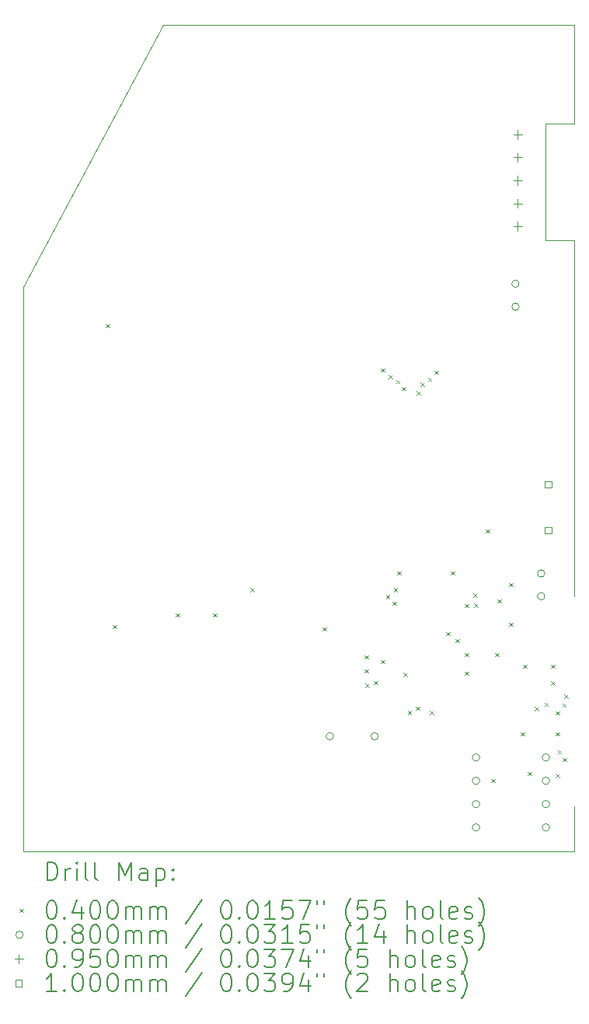
<source format=gbr>
%TF.GenerationSoftware,KiCad,Pcbnew,7.0.5*%
%TF.CreationDate,2024-09-11T17:05:49+02:00*%
%TF.ProjectId,ModuleController,4d6f6475-6c65-4436-9f6e-74726f6c6c65,rev?*%
%TF.SameCoordinates,Original*%
%TF.FileFunction,Drillmap*%
%TF.FilePolarity,Positive*%
%FSLAX45Y45*%
G04 Gerber Fmt 4.5, Leading zero omitted, Abs format (unit mm)*
G04 Created by KiCad (PCBNEW 7.0.5) date 2024-09-11 17:05:49*
%MOMM*%
%LPD*%
G01*
G04 APERTURE LIST*
%ADD10C,0.100000*%
%ADD11C,0.200000*%
%ADD12C,0.040000*%
%ADD13C,0.080000*%
%ADD14C,0.095000*%
G04 APERTURE END LIST*
D10*
X8636000Y-6540500D02*
X10160000Y-3683000D01*
X14319000Y-4762500D02*
X14636500Y-4762500D01*
X14319000Y-6032500D02*
X14319000Y-4762500D01*
X14636000Y-6032500D02*
X14319000Y-6032500D01*
X14636000Y-3683000D02*
X14636500Y-4762500D01*
X14636000Y-12683000D02*
X14636500Y-12192000D01*
X14636500Y-9906000D02*
X14636000Y-6032500D01*
X8636000Y-12683000D02*
X14636000Y-12683000D01*
X10160000Y-3683000D02*
X14636000Y-3683000D01*
X8636000Y-12683000D02*
X8636000Y-6540500D01*
D11*
D12*
X9530400Y-6939600D02*
X9570400Y-6979600D01*
X9570400Y-6939600D02*
X9530400Y-6979600D01*
X9606600Y-10216200D02*
X9646600Y-10256200D01*
X9646600Y-10216200D02*
X9606600Y-10256200D01*
X10292400Y-10089200D02*
X10332400Y-10129200D01*
X10332400Y-10089200D02*
X10292400Y-10129200D01*
X10698800Y-10089200D02*
X10738800Y-10129200D01*
X10738800Y-10089200D02*
X10698800Y-10129200D01*
X11105200Y-9817300D02*
X11145200Y-9857300D01*
X11145200Y-9817300D02*
X11105200Y-9857300D01*
X11892600Y-10241600D02*
X11932600Y-10281600D01*
X11932600Y-10241600D02*
X11892600Y-10281600D01*
X12349800Y-10546150D02*
X12389800Y-10586150D01*
X12389800Y-10546150D02*
X12349800Y-10586150D01*
X12349800Y-10698800D02*
X12389800Y-10738800D01*
X12389800Y-10698800D02*
X12349800Y-10738800D01*
X12356579Y-10857407D02*
X12396579Y-10897407D01*
X12396579Y-10857407D02*
X12356579Y-10897407D01*
X12451400Y-10825800D02*
X12491400Y-10865800D01*
X12491400Y-10825800D02*
X12451400Y-10865800D01*
X12527600Y-7422200D02*
X12567600Y-7462200D01*
X12567600Y-7422200D02*
X12527600Y-7462200D01*
X12527600Y-10597200D02*
X12567600Y-10637200D01*
X12567600Y-10597200D02*
X12527600Y-10637200D01*
X12583924Y-9889750D02*
X12623924Y-9929750D01*
X12623924Y-9889750D02*
X12583924Y-9929750D01*
X12610764Y-7494650D02*
X12650764Y-7534650D01*
X12650764Y-7494650D02*
X12610764Y-7534650D01*
X12654600Y-9962200D02*
X12694600Y-10002200D01*
X12694600Y-9962200D02*
X12654600Y-10002200D01*
X12667963Y-9817300D02*
X12707963Y-9857300D01*
X12707963Y-9817300D02*
X12667963Y-9857300D01*
X12693992Y-7549995D02*
X12733992Y-7589995D01*
X12733992Y-7549995D02*
X12693992Y-7589995D01*
X12705400Y-9632000D02*
X12745400Y-9672000D01*
X12745400Y-9632000D02*
X12705400Y-9672000D01*
X12757598Y-7627094D02*
X12797598Y-7667094D01*
X12797598Y-7627094D02*
X12757598Y-7667094D01*
X12772260Y-10739460D02*
X12812260Y-10779460D01*
X12812260Y-10739460D02*
X12772260Y-10779460D01*
X12819319Y-11150134D02*
X12859319Y-11190133D01*
X12859319Y-11150134D02*
X12819319Y-11190133D01*
X12908600Y-11105200D02*
X12948600Y-11145200D01*
X12948600Y-11105200D02*
X12908600Y-11145200D01*
X12917069Y-7672584D02*
X12957069Y-7712584D01*
X12957069Y-7672584D02*
X12917069Y-7712584D01*
X12957513Y-7581182D02*
X12997513Y-7621182D01*
X12997513Y-7581182D02*
X12957513Y-7621182D01*
X13039350Y-7523800D02*
X13079350Y-7563800D01*
X13079350Y-7523800D02*
X13039350Y-7563800D01*
X13061000Y-11154450D02*
X13101000Y-11194450D01*
X13101000Y-11154450D02*
X13061000Y-11194450D01*
X13111800Y-7447600D02*
X13151800Y-7487600D01*
X13151800Y-7447600D02*
X13111800Y-7487600D01*
X13238800Y-10292400D02*
X13278800Y-10332400D01*
X13278800Y-10292400D02*
X13238800Y-10332400D01*
X13289600Y-9632000D02*
X13329600Y-9672000D01*
X13329600Y-9632000D02*
X13289600Y-9672000D01*
X13340400Y-10368600D02*
X13380400Y-10408600D01*
X13380400Y-10368600D02*
X13340400Y-10408600D01*
X13442000Y-9987600D02*
X13482000Y-10027600D01*
X13482000Y-9987600D02*
X13442000Y-10027600D01*
X13442000Y-10521000D02*
X13482000Y-10561000D01*
X13482000Y-10521000D02*
X13442000Y-10561000D01*
X13442000Y-10724200D02*
X13482000Y-10764200D01*
X13482000Y-10724200D02*
X13442000Y-10764200D01*
X13533854Y-9874534D02*
X13573854Y-9914534D01*
X13573854Y-9874534D02*
X13533854Y-9914534D01*
X13543205Y-9986345D02*
X13583205Y-10026345D01*
X13583205Y-9986345D02*
X13543205Y-10026345D01*
X13670600Y-9174800D02*
X13710600Y-9214800D01*
X13710600Y-9174800D02*
X13670600Y-9214800D01*
X13729550Y-11892600D02*
X13769550Y-11932600D01*
X13769550Y-11892600D02*
X13729550Y-11932600D01*
X13772200Y-10521000D02*
X13812200Y-10561000D01*
X13812200Y-10521000D02*
X13772200Y-10561000D01*
X13797600Y-9936800D02*
X13837600Y-9976800D01*
X13837600Y-9936800D02*
X13797600Y-9976800D01*
X13924600Y-9759000D02*
X13964600Y-9799000D01*
X13964600Y-9759000D02*
X13924600Y-9799000D01*
X13924600Y-10190800D02*
X13964600Y-10230800D01*
X13964600Y-10190800D02*
X13924600Y-10230800D01*
X14051600Y-11384600D02*
X14091600Y-11424600D01*
X14091600Y-11384600D02*
X14051600Y-11424600D01*
X14077000Y-10648000D02*
X14117000Y-10688000D01*
X14117000Y-10648000D02*
X14077000Y-10688000D01*
X14127800Y-11816400D02*
X14167800Y-11856400D01*
X14167800Y-11816400D02*
X14127800Y-11856400D01*
X14204000Y-11109450D02*
X14244000Y-11149450D01*
X14244000Y-11109450D02*
X14204000Y-11149450D01*
X14309350Y-11064450D02*
X14349350Y-11104450D01*
X14349350Y-11064450D02*
X14309350Y-11104450D01*
X14381800Y-10648000D02*
X14421800Y-10688000D01*
X14421800Y-10648000D02*
X14381800Y-10688000D01*
X14381800Y-10829550D02*
X14421800Y-10869550D01*
X14421800Y-10829550D02*
X14381800Y-10869550D01*
X14432600Y-11156000D02*
X14472600Y-11196000D01*
X14472600Y-11156000D02*
X14432600Y-11196000D01*
X14432600Y-11384600D02*
X14472600Y-11424600D01*
X14472600Y-11384600D02*
X14432600Y-11424600D01*
X14436039Y-11840386D02*
X14476039Y-11880386D01*
X14476039Y-11840386D02*
X14436039Y-11880386D01*
X14453358Y-11580836D02*
X14493358Y-11620836D01*
X14493358Y-11580836D02*
X14453358Y-11620836D01*
X14505286Y-11072585D02*
X14545286Y-11112585D01*
X14545286Y-11072585D02*
X14505286Y-11112585D01*
X14508800Y-11664000D02*
X14548800Y-11704000D01*
X14548800Y-11664000D02*
X14508800Y-11704000D01*
X14524249Y-10974450D02*
X14564249Y-11014450D01*
X14564249Y-10974450D02*
X14524249Y-11014450D01*
D13*
X12012400Y-11430000D02*
G75*
G03*
X12012400Y-11430000I-40000J0D01*
G01*
X12500400Y-11430000D02*
G75*
G03*
X12500400Y-11430000I-40000J0D01*
G01*
X13604600Y-11659600D02*
G75*
G03*
X13604600Y-11659600I-40000J0D01*
G01*
X13604600Y-11913600D02*
G75*
G03*
X13604600Y-11913600I-40000J0D01*
G01*
X13604600Y-12167600D02*
G75*
G03*
X13604600Y-12167600I-40000J0D01*
G01*
X13604600Y-12421600D02*
G75*
G03*
X13604600Y-12421600I-40000J0D01*
G01*
X14035400Y-6502400D02*
G75*
G03*
X14035400Y-6502400I-40000J0D01*
G01*
X14035400Y-6752400D02*
G75*
G03*
X14035400Y-6752400I-40000J0D01*
G01*
X14314800Y-9656000D02*
G75*
G03*
X14314800Y-9656000I-40000J0D01*
G01*
X14314800Y-9906000D02*
G75*
G03*
X14314800Y-9906000I-40000J0D01*
G01*
X14366600Y-11659600D02*
G75*
G03*
X14366600Y-11659600I-40000J0D01*
G01*
X14366600Y-11913600D02*
G75*
G03*
X14366600Y-11913600I-40000J0D01*
G01*
X14366600Y-12167600D02*
G75*
G03*
X14366600Y-12167600I-40000J0D01*
G01*
X14366600Y-12421600D02*
G75*
G03*
X14366600Y-12421600I-40000J0D01*
G01*
D14*
X14020800Y-4829300D02*
X14020800Y-4924300D01*
X13973300Y-4876800D02*
X14068300Y-4876800D01*
X14020800Y-5079300D02*
X14020800Y-5174300D01*
X13973300Y-5126800D02*
X14068300Y-5126800D01*
X14020800Y-5329300D02*
X14020800Y-5424300D01*
X13973300Y-5376800D02*
X14068300Y-5376800D01*
X14020800Y-5579300D02*
X14020800Y-5674300D01*
X13973300Y-5626800D02*
X14068300Y-5626800D01*
X14020800Y-5829300D02*
X14020800Y-5924300D01*
X13973300Y-5876800D02*
X14068300Y-5876800D01*
D10*
X14386356Y-8722156D02*
X14386356Y-8651444D01*
X14315644Y-8651444D01*
X14315644Y-8722156D01*
X14386356Y-8722156D01*
X14386356Y-9222156D02*
X14386356Y-9151444D01*
X14315644Y-9151444D01*
X14315644Y-9222156D01*
X14386356Y-9222156D01*
D11*
X8891777Y-12999484D02*
X8891777Y-12799484D01*
X8891777Y-12799484D02*
X8939396Y-12799484D01*
X8939396Y-12799484D02*
X8967967Y-12809008D01*
X8967967Y-12809008D02*
X8987015Y-12828055D01*
X8987015Y-12828055D02*
X8996539Y-12847103D01*
X8996539Y-12847103D02*
X9006063Y-12885198D01*
X9006063Y-12885198D02*
X9006063Y-12913769D01*
X9006063Y-12913769D02*
X8996539Y-12951865D01*
X8996539Y-12951865D02*
X8987015Y-12970912D01*
X8987015Y-12970912D02*
X8967967Y-12989960D01*
X8967967Y-12989960D02*
X8939396Y-12999484D01*
X8939396Y-12999484D02*
X8891777Y-12999484D01*
X9091777Y-12999484D02*
X9091777Y-12866150D01*
X9091777Y-12904246D02*
X9101301Y-12885198D01*
X9101301Y-12885198D02*
X9110824Y-12875674D01*
X9110824Y-12875674D02*
X9129872Y-12866150D01*
X9129872Y-12866150D02*
X9148920Y-12866150D01*
X9215586Y-12999484D02*
X9215586Y-12866150D01*
X9215586Y-12799484D02*
X9206063Y-12809008D01*
X9206063Y-12809008D02*
X9215586Y-12818531D01*
X9215586Y-12818531D02*
X9225110Y-12809008D01*
X9225110Y-12809008D02*
X9215586Y-12799484D01*
X9215586Y-12799484D02*
X9215586Y-12818531D01*
X9339396Y-12999484D02*
X9320348Y-12989960D01*
X9320348Y-12989960D02*
X9310824Y-12970912D01*
X9310824Y-12970912D02*
X9310824Y-12799484D01*
X9444158Y-12999484D02*
X9425110Y-12989960D01*
X9425110Y-12989960D02*
X9415586Y-12970912D01*
X9415586Y-12970912D02*
X9415586Y-12799484D01*
X9672729Y-12999484D02*
X9672729Y-12799484D01*
X9672729Y-12799484D02*
X9739396Y-12942341D01*
X9739396Y-12942341D02*
X9806063Y-12799484D01*
X9806063Y-12799484D02*
X9806063Y-12999484D01*
X9987015Y-12999484D02*
X9987015Y-12894722D01*
X9987015Y-12894722D02*
X9977491Y-12875674D01*
X9977491Y-12875674D02*
X9958444Y-12866150D01*
X9958444Y-12866150D02*
X9920348Y-12866150D01*
X9920348Y-12866150D02*
X9901301Y-12875674D01*
X9987015Y-12989960D02*
X9967967Y-12999484D01*
X9967967Y-12999484D02*
X9920348Y-12999484D01*
X9920348Y-12999484D02*
X9901301Y-12989960D01*
X9901301Y-12989960D02*
X9891777Y-12970912D01*
X9891777Y-12970912D02*
X9891777Y-12951865D01*
X9891777Y-12951865D02*
X9901301Y-12932817D01*
X9901301Y-12932817D02*
X9920348Y-12923293D01*
X9920348Y-12923293D02*
X9967967Y-12923293D01*
X9967967Y-12923293D02*
X9987015Y-12913769D01*
X10082253Y-12866150D02*
X10082253Y-13066150D01*
X10082253Y-12875674D02*
X10101301Y-12866150D01*
X10101301Y-12866150D02*
X10139396Y-12866150D01*
X10139396Y-12866150D02*
X10158444Y-12875674D01*
X10158444Y-12875674D02*
X10167967Y-12885198D01*
X10167967Y-12885198D02*
X10177491Y-12904246D01*
X10177491Y-12904246D02*
X10177491Y-12961388D01*
X10177491Y-12961388D02*
X10167967Y-12980436D01*
X10167967Y-12980436D02*
X10158444Y-12989960D01*
X10158444Y-12989960D02*
X10139396Y-12999484D01*
X10139396Y-12999484D02*
X10101301Y-12999484D01*
X10101301Y-12999484D02*
X10082253Y-12989960D01*
X10263205Y-12980436D02*
X10272729Y-12989960D01*
X10272729Y-12989960D02*
X10263205Y-12999484D01*
X10263205Y-12999484D02*
X10253682Y-12989960D01*
X10253682Y-12989960D02*
X10263205Y-12980436D01*
X10263205Y-12980436D02*
X10263205Y-12999484D01*
X10263205Y-12875674D02*
X10272729Y-12885198D01*
X10272729Y-12885198D02*
X10263205Y-12894722D01*
X10263205Y-12894722D02*
X10253682Y-12885198D01*
X10253682Y-12885198D02*
X10263205Y-12875674D01*
X10263205Y-12875674D02*
X10263205Y-12894722D01*
D12*
X8591000Y-13308000D02*
X8631000Y-13348000D01*
X8631000Y-13308000D02*
X8591000Y-13348000D01*
D11*
X8929872Y-13219484D02*
X8948920Y-13219484D01*
X8948920Y-13219484D02*
X8967967Y-13229008D01*
X8967967Y-13229008D02*
X8977491Y-13238531D01*
X8977491Y-13238531D02*
X8987015Y-13257579D01*
X8987015Y-13257579D02*
X8996539Y-13295674D01*
X8996539Y-13295674D02*
X8996539Y-13343293D01*
X8996539Y-13343293D02*
X8987015Y-13381388D01*
X8987015Y-13381388D02*
X8977491Y-13400436D01*
X8977491Y-13400436D02*
X8967967Y-13409960D01*
X8967967Y-13409960D02*
X8948920Y-13419484D01*
X8948920Y-13419484D02*
X8929872Y-13419484D01*
X8929872Y-13419484D02*
X8910824Y-13409960D01*
X8910824Y-13409960D02*
X8901301Y-13400436D01*
X8901301Y-13400436D02*
X8891777Y-13381388D01*
X8891777Y-13381388D02*
X8882253Y-13343293D01*
X8882253Y-13343293D02*
X8882253Y-13295674D01*
X8882253Y-13295674D02*
X8891777Y-13257579D01*
X8891777Y-13257579D02*
X8901301Y-13238531D01*
X8901301Y-13238531D02*
X8910824Y-13229008D01*
X8910824Y-13229008D02*
X8929872Y-13219484D01*
X9082253Y-13400436D02*
X9091777Y-13409960D01*
X9091777Y-13409960D02*
X9082253Y-13419484D01*
X9082253Y-13419484D02*
X9072729Y-13409960D01*
X9072729Y-13409960D02*
X9082253Y-13400436D01*
X9082253Y-13400436D02*
X9082253Y-13419484D01*
X9263205Y-13286150D02*
X9263205Y-13419484D01*
X9215586Y-13209960D02*
X9167967Y-13352817D01*
X9167967Y-13352817D02*
X9291777Y-13352817D01*
X9406063Y-13219484D02*
X9425110Y-13219484D01*
X9425110Y-13219484D02*
X9444158Y-13229008D01*
X9444158Y-13229008D02*
X9453682Y-13238531D01*
X9453682Y-13238531D02*
X9463205Y-13257579D01*
X9463205Y-13257579D02*
X9472729Y-13295674D01*
X9472729Y-13295674D02*
X9472729Y-13343293D01*
X9472729Y-13343293D02*
X9463205Y-13381388D01*
X9463205Y-13381388D02*
X9453682Y-13400436D01*
X9453682Y-13400436D02*
X9444158Y-13409960D01*
X9444158Y-13409960D02*
X9425110Y-13419484D01*
X9425110Y-13419484D02*
X9406063Y-13419484D01*
X9406063Y-13419484D02*
X9387015Y-13409960D01*
X9387015Y-13409960D02*
X9377491Y-13400436D01*
X9377491Y-13400436D02*
X9367967Y-13381388D01*
X9367967Y-13381388D02*
X9358444Y-13343293D01*
X9358444Y-13343293D02*
X9358444Y-13295674D01*
X9358444Y-13295674D02*
X9367967Y-13257579D01*
X9367967Y-13257579D02*
X9377491Y-13238531D01*
X9377491Y-13238531D02*
X9387015Y-13229008D01*
X9387015Y-13229008D02*
X9406063Y-13219484D01*
X9596539Y-13219484D02*
X9615586Y-13219484D01*
X9615586Y-13219484D02*
X9634634Y-13229008D01*
X9634634Y-13229008D02*
X9644158Y-13238531D01*
X9644158Y-13238531D02*
X9653682Y-13257579D01*
X9653682Y-13257579D02*
X9663205Y-13295674D01*
X9663205Y-13295674D02*
X9663205Y-13343293D01*
X9663205Y-13343293D02*
X9653682Y-13381388D01*
X9653682Y-13381388D02*
X9644158Y-13400436D01*
X9644158Y-13400436D02*
X9634634Y-13409960D01*
X9634634Y-13409960D02*
X9615586Y-13419484D01*
X9615586Y-13419484D02*
X9596539Y-13419484D01*
X9596539Y-13419484D02*
X9577491Y-13409960D01*
X9577491Y-13409960D02*
X9567967Y-13400436D01*
X9567967Y-13400436D02*
X9558444Y-13381388D01*
X9558444Y-13381388D02*
X9548920Y-13343293D01*
X9548920Y-13343293D02*
X9548920Y-13295674D01*
X9548920Y-13295674D02*
X9558444Y-13257579D01*
X9558444Y-13257579D02*
X9567967Y-13238531D01*
X9567967Y-13238531D02*
X9577491Y-13229008D01*
X9577491Y-13229008D02*
X9596539Y-13219484D01*
X9748920Y-13419484D02*
X9748920Y-13286150D01*
X9748920Y-13305198D02*
X9758444Y-13295674D01*
X9758444Y-13295674D02*
X9777491Y-13286150D01*
X9777491Y-13286150D02*
X9806063Y-13286150D01*
X9806063Y-13286150D02*
X9825110Y-13295674D01*
X9825110Y-13295674D02*
X9834634Y-13314722D01*
X9834634Y-13314722D02*
X9834634Y-13419484D01*
X9834634Y-13314722D02*
X9844158Y-13295674D01*
X9844158Y-13295674D02*
X9863205Y-13286150D01*
X9863205Y-13286150D02*
X9891777Y-13286150D01*
X9891777Y-13286150D02*
X9910825Y-13295674D01*
X9910825Y-13295674D02*
X9920348Y-13314722D01*
X9920348Y-13314722D02*
X9920348Y-13419484D01*
X10015586Y-13419484D02*
X10015586Y-13286150D01*
X10015586Y-13305198D02*
X10025110Y-13295674D01*
X10025110Y-13295674D02*
X10044158Y-13286150D01*
X10044158Y-13286150D02*
X10072729Y-13286150D01*
X10072729Y-13286150D02*
X10091777Y-13295674D01*
X10091777Y-13295674D02*
X10101301Y-13314722D01*
X10101301Y-13314722D02*
X10101301Y-13419484D01*
X10101301Y-13314722D02*
X10110825Y-13295674D01*
X10110825Y-13295674D02*
X10129872Y-13286150D01*
X10129872Y-13286150D02*
X10158444Y-13286150D01*
X10158444Y-13286150D02*
X10177491Y-13295674D01*
X10177491Y-13295674D02*
X10187015Y-13314722D01*
X10187015Y-13314722D02*
X10187015Y-13419484D01*
X10577491Y-13209960D02*
X10406063Y-13467103D01*
X10834634Y-13219484D02*
X10853682Y-13219484D01*
X10853682Y-13219484D02*
X10872729Y-13229008D01*
X10872729Y-13229008D02*
X10882253Y-13238531D01*
X10882253Y-13238531D02*
X10891777Y-13257579D01*
X10891777Y-13257579D02*
X10901301Y-13295674D01*
X10901301Y-13295674D02*
X10901301Y-13343293D01*
X10901301Y-13343293D02*
X10891777Y-13381388D01*
X10891777Y-13381388D02*
X10882253Y-13400436D01*
X10882253Y-13400436D02*
X10872729Y-13409960D01*
X10872729Y-13409960D02*
X10853682Y-13419484D01*
X10853682Y-13419484D02*
X10834634Y-13419484D01*
X10834634Y-13419484D02*
X10815587Y-13409960D01*
X10815587Y-13409960D02*
X10806063Y-13400436D01*
X10806063Y-13400436D02*
X10796539Y-13381388D01*
X10796539Y-13381388D02*
X10787015Y-13343293D01*
X10787015Y-13343293D02*
X10787015Y-13295674D01*
X10787015Y-13295674D02*
X10796539Y-13257579D01*
X10796539Y-13257579D02*
X10806063Y-13238531D01*
X10806063Y-13238531D02*
X10815587Y-13229008D01*
X10815587Y-13229008D02*
X10834634Y-13219484D01*
X10987015Y-13400436D02*
X10996539Y-13409960D01*
X10996539Y-13409960D02*
X10987015Y-13419484D01*
X10987015Y-13419484D02*
X10977491Y-13409960D01*
X10977491Y-13409960D02*
X10987015Y-13400436D01*
X10987015Y-13400436D02*
X10987015Y-13419484D01*
X11120348Y-13219484D02*
X11139396Y-13219484D01*
X11139396Y-13219484D02*
X11158444Y-13229008D01*
X11158444Y-13229008D02*
X11167968Y-13238531D01*
X11167968Y-13238531D02*
X11177491Y-13257579D01*
X11177491Y-13257579D02*
X11187015Y-13295674D01*
X11187015Y-13295674D02*
X11187015Y-13343293D01*
X11187015Y-13343293D02*
X11177491Y-13381388D01*
X11177491Y-13381388D02*
X11167968Y-13400436D01*
X11167968Y-13400436D02*
X11158444Y-13409960D01*
X11158444Y-13409960D02*
X11139396Y-13419484D01*
X11139396Y-13419484D02*
X11120348Y-13419484D01*
X11120348Y-13419484D02*
X11101301Y-13409960D01*
X11101301Y-13409960D02*
X11091777Y-13400436D01*
X11091777Y-13400436D02*
X11082253Y-13381388D01*
X11082253Y-13381388D02*
X11072729Y-13343293D01*
X11072729Y-13343293D02*
X11072729Y-13295674D01*
X11072729Y-13295674D02*
X11082253Y-13257579D01*
X11082253Y-13257579D02*
X11091777Y-13238531D01*
X11091777Y-13238531D02*
X11101301Y-13229008D01*
X11101301Y-13229008D02*
X11120348Y-13219484D01*
X11377491Y-13419484D02*
X11263206Y-13419484D01*
X11320348Y-13419484D02*
X11320348Y-13219484D01*
X11320348Y-13219484D02*
X11301301Y-13248055D01*
X11301301Y-13248055D02*
X11282253Y-13267103D01*
X11282253Y-13267103D02*
X11263206Y-13276627D01*
X11558444Y-13219484D02*
X11463206Y-13219484D01*
X11463206Y-13219484D02*
X11453682Y-13314722D01*
X11453682Y-13314722D02*
X11463206Y-13305198D01*
X11463206Y-13305198D02*
X11482253Y-13295674D01*
X11482253Y-13295674D02*
X11529872Y-13295674D01*
X11529872Y-13295674D02*
X11548920Y-13305198D01*
X11548920Y-13305198D02*
X11558444Y-13314722D01*
X11558444Y-13314722D02*
X11567967Y-13333769D01*
X11567967Y-13333769D02*
X11567967Y-13381388D01*
X11567967Y-13381388D02*
X11558444Y-13400436D01*
X11558444Y-13400436D02*
X11548920Y-13409960D01*
X11548920Y-13409960D02*
X11529872Y-13419484D01*
X11529872Y-13419484D02*
X11482253Y-13419484D01*
X11482253Y-13419484D02*
X11463206Y-13409960D01*
X11463206Y-13409960D02*
X11453682Y-13400436D01*
X11634634Y-13219484D02*
X11767967Y-13219484D01*
X11767967Y-13219484D02*
X11682253Y-13419484D01*
X11834634Y-13219484D02*
X11834634Y-13257579D01*
X11910825Y-13219484D02*
X11910825Y-13257579D01*
X12206063Y-13495674D02*
X12196539Y-13486150D01*
X12196539Y-13486150D02*
X12177491Y-13457579D01*
X12177491Y-13457579D02*
X12167968Y-13438531D01*
X12167968Y-13438531D02*
X12158444Y-13409960D01*
X12158444Y-13409960D02*
X12148920Y-13362341D01*
X12148920Y-13362341D02*
X12148920Y-13324246D01*
X12148920Y-13324246D02*
X12158444Y-13276627D01*
X12158444Y-13276627D02*
X12167968Y-13248055D01*
X12167968Y-13248055D02*
X12177491Y-13229008D01*
X12177491Y-13229008D02*
X12196539Y-13200436D01*
X12196539Y-13200436D02*
X12206063Y-13190912D01*
X12377491Y-13219484D02*
X12282253Y-13219484D01*
X12282253Y-13219484D02*
X12272729Y-13314722D01*
X12272729Y-13314722D02*
X12282253Y-13305198D01*
X12282253Y-13305198D02*
X12301301Y-13295674D01*
X12301301Y-13295674D02*
X12348920Y-13295674D01*
X12348920Y-13295674D02*
X12367968Y-13305198D01*
X12367968Y-13305198D02*
X12377491Y-13314722D01*
X12377491Y-13314722D02*
X12387015Y-13333769D01*
X12387015Y-13333769D02*
X12387015Y-13381388D01*
X12387015Y-13381388D02*
X12377491Y-13400436D01*
X12377491Y-13400436D02*
X12367968Y-13409960D01*
X12367968Y-13409960D02*
X12348920Y-13419484D01*
X12348920Y-13419484D02*
X12301301Y-13419484D01*
X12301301Y-13419484D02*
X12282253Y-13409960D01*
X12282253Y-13409960D02*
X12272729Y-13400436D01*
X12567968Y-13219484D02*
X12472729Y-13219484D01*
X12472729Y-13219484D02*
X12463206Y-13314722D01*
X12463206Y-13314722D02*
X12472729Y-13305198D01*
X12472729Y-13305198D02*
X12491777Y-13295674D01*
X12491777Y-13295674D02*
X12539396Y-13295674D01*
X12539396Y-13295674D02*
X12558444Y-13305198D01*
X12558444Y-13305198D02*
X12567968Y-13314722D01*
X12567968Y-13314722D02*
X12577491Y-13333769D01*
X12577491Y-13333769D02*
X12577491Y-13381388D01*
X12577491Y-13381388D02*
X12567968Y-13400436D01*
X12567968Y-13400436D02*
X12558444Y-13409960D01*
X12558444Y-13409960D02*
X12539396Y-13419484D01*
X12539396Y-13419484D02*
X12491777Y-13419484D01*
X12491777Y-13419484D02*
X12472729Y-13409960D01*
X12472729Y-13409960D02*
X12463206Y-13400436D01*
X12815587Y-13419484D02*
X12815587Y-13219484D01*
X12901301Y-13419484D02*
X12901301Y-13314722D01*
X12901301Y-13314722D02*
X12891777Y-13295674D01*
X12891777Y-13295674D02*
X12872730Y-13286150D01*
X12872730Y-13286150D02*
X12844158Y-13286150D01*
X12844158Y-13286150D02*
X12825110Y-13295674D01*
X12825110Y-13295674D02*
X12815587Y-13305198D01*
X13025110Y-13419484D02*
X13006063Y-13409960D01*
X13006063Y-13409960D02*
X12996539Y-13400436D01*
X12996539Y-13400436D02*
X12987015Y-13381388D01*
X12987015Y-13381388D02*
X12987015Y-13324246D01*
X12987015Y-13324246D02*
X12996539Y-13305198D01*
X12996539Y-13305198D02*
X13006063Y-13295674D01*
X13006063Y-13295674D02*
X13025110Y-13286150D01*
X13025110Y-13286150D02*
X13053682Y-13286150D01*
X13053682Y-13286150D02*
X13072730Y-13295674D01*
X13072730Y-13295674D02*
X13082253Y-13305198D01*
X13082253Y-13305198D02*
X13091777Y-13324246D01*
X13091777Y-13324246D02*
X13091777Y-13381388D01*
X13091777Y-13381388D02*
X13082253Y-13400436D01*
X13082253Y-13400436D02*
X13072730Y-13409960D01*
X13072730Y-13409960D02*
X13053682Y-13419484D01*
X13053682Y-13419484D02*
X13025110Y-13419484D01*
X13206063Y-13419484D02*
X13187015Y-13409960D01*
X13187015Y-13409960D02*
X13177491Y-13390912D01*
X13177491Y-13390912D02*
X13177491Y-13219484D01*
X13358444Y-13409960D02*
X13339396Y-13419484D01*
X13339396Y-13419484D02*
X13301301Y-13419484D01*
X13301301Y-13419484D02*
X13282253Y-13409960D01*
X13282253Y-13409960D02*
X13272730Y-13390912D01*
X13272730Y-13390912D02*
X13272730Y-13314722D01*
X13272730Y-13314722D02*
X13282253Y-13295674D01*
X13282253Y-13295674D02*
X13301301Y-13286150D01*
X13301301Y-13286150D02*
X13339396Y-13286150D01*
X13339396Y-13286150D02*
X13358444Y-13295674D01*
X13358444Y-13295674D02*
X13367968Y-13314722D01*
X13367968Y-13314722D02*
X13367968Y-13333769D01*
X13367968Y-13333769D02*
X13272730Y-13352817D01*
X13444158Y-13409960D02*
X13463206Y-13419484D01*
X13463206Y-13419484D02*
X13501301Y-13419484D01*
X13501301Y-13419484D02*
X13520349Y-13409960D01*
X13520349Y-13409960D02*
X13529872Y-13390912D01*
X13529872Y-13390912D02*
X13529872Y-13381388D01*
X13529872Y-13381388D02*
X13520349Y-13362341D01*
X13520349Y-13362341D02*
X13501301Y-13352817D01*
X13501301Y-13352817D02*
X13472730Y-13352817D01*
X13472730Y-13352817D02*
X13453682Y-13343293D01*
X13453682Y-13343293D02*
X13444158Y-13324246D01*
X13444158Y-13324246D02*
X13444158Y-13314722D01*
X13444158Y-13314722D02*
X13453682Y-13295674D01*
X13453682Y-13295674D02*
X13472730Y-13286150D01*
X13472730Y-13286150D02*
X13501301Y-13286150D01*
X13501301Y-13286150D02*
X13520349Y-13295674D01*
X13596539Y-13495674D02*
X13606063Y-13486150D01*
X13606063Y-13486150D02*
X13625111Y-13457579D01*
X13625111Y-13457579D02*
X13634634Y-13438531D01*
X13634634Y-13438531D02*
X13644158Y-13409960D01*
X13644158Y-13409960D02*
X13653682Y-13362341D01*
X13653682Y-13362341D02*
X13653682Y-13324246D01*
X13653682Y-13324246D02*
X13644158Y-13276627D01*
X13644158Y-13276627D02*
X13634634Y-13248055D01*
X13634634Y-13248055D02*
X13625111Y-13229008D01*
X13625111Y-13229008D02*
X13606063Y-13200436D01*
X13606063Y-13200436D02*
X13596539Y-13190912D01*
D13*
X8631000Y-13592000D02*
G75*
G03*
X8631000Y-13592000I-40000J0D01*
G01*
D11*
X8929872Y-13483484D02*
X8948920Y-13483484D01*
X8948920Y-13483484D02*
X8967967Y-13493008D01*
X8967967Y-13493008D02*
X8977491Y-13502531D01*
X8977491Y-13502531D02*
X8987015Y-13521579D01*
X8987015Y-13521579D02*
X8996539Y-13559674D01*
X8996539Y-13559674D02*
X8996539Y-13607293D01*
X8996539Y-13607293D02*
X8987015Y-13645388D01*
X8987015Y-13645388D02*
X8977491Y-13664436D01*
X8977491Y-13664436D02*
X8967967Y-13673960D01*
X8967967Y-13673960D02*
X8948920Y-13683484D01*
X8948920Y-13683484D02*
X8929872Y-13683484D01*
X8929872Y-13683484D02*
X8910824Y-13673960D01*
X8910824Y-13673960D02*
X8901301Y-13664436D01*
X8901301Y-13664436D02*
X8891777Y-13645388D01*
X8891777Y-13645388D02*
X8882253Y-13607293D01*
X8882253Y-13607293D02*
X8882253Y-13559674D01*
X8882253Y-13559674D02*
X8891777Y-13521579D01*
X8891777Y-13521579D02*
X8901301Y-13502531D01*
X8901301Y-13502531D02*
X8910824Y-13493008D01*
X8910824Y-13493008D02*
X8929872Y-13483484D01*
X9082253Y-13664436D02*
X9091777Y-13673960D01*
X9091777Y-13673960D02*
X9082253Y-13683484D01*
X9082253Y-13683484D02*
X9072729Y-13673960D01*
X9072729Y-13673960D02*
X9082253Y-13664436D01*
X9082253Y-13664436D02*
X9082253Y-13683484D01*
X9206063Y-13569198D02*
X9187015Y-13559674D01*
X9187015Y-13559674D02*
X9177491Y-13550150D01*
X9177491Y-13550150D02*
X9167967Y-13531103D01*
X9167967Y-13531103D02*
X9167967Y-13521579D01*
X9167967Y-13521579D02*
X9177491Y-13502531D01*
X9177491Y-13502531D02*
X9187015Y-13493008D01*
X9187015Y-13493008D02*
X9206063Y-13483484D01*
X9206063Y-13483484D02*
X9244158Y-13483484D01*
X9244158Y-13483484D02*
X9263205Y-13493008D01*
X9263205Y-13493008D02*
X9272729Y-13502531D01*
X9272729Y-13502531D02*
X9282253Y-13521579D01*
X9282253Y-13521579D02*
X9282253Y-13531103D01*
X9282253Y-13531103D02*
X9272729Y-13550150D01*
X9272729Y-13550150D02*
X9263205Y-13559674D01*
X9263205Y-13559674D02*
X9244158Y-13569198D01*
X9244158Y-13569198D02*
X9206063Y-13569198D01*
X9206063Y-13569198D02*
X9187015Y-13578722D01*
X9187015Y-13578722D02*
X9177491Y-13588246D01*
X9177491Y-13588246D02*
X9167967Y-13607293D01*
X9167967Y-13607293D02*
X9167967Y-13645388D01*
X9167967Y-13645388D02*
X9177491Y-13664436D01*
X9177491Y-13664436D02*
X9187015Y-13673960D01*
X9187015Y-13673960D02*
X9206063Y-13683484D01*
X9206063Y-13683484D02*
X9244158Y-13683484D01*
X9244158Y-13683484D02*
X9263205Y-13673960D01*
X9263205Y-13673960D02*
X9272729Y-13664436D01*
X9272729Y-13664436D02*
X9282253Y-13645388D01*
X9282253Y-13645388D02*
X9282253Y-13607293D01*
X9282253Y-13607293D02*
X9272729Y-13588246D01*
X9272729Y-13588246D02*
X9263205Y-13578722D01*
X9263205Y-13578722D02*
X9244158Y-13569198D01*
X9406063Y-13483484D02*
X9425110Y-13483484D01*
X9425110Y-13483484D02*
X9444158Y-13493008D01*
X9444158Y-13493008D02*
X9453682Y-13502531D01*
X9453682Y-13502531D02*
X9463205Y-13521579D01*
X9463205Y-13521579D02*
X9472729Y-13559674D01*
X9472729Y-13559674D02*
X9472729Y-13607293D01*
X9472729Y-13607293D02*
X9463205Y-13645388D01*
X9463205Y-13645388D02*
X9453682Y-13664436D01*
X9453682Y-13664436D02*
X9444158Y-13673960D01*
X9444158Y-13673960D02*
X9425110Y-13683484D01*
X9425110Y-13683484D02*
X9406063Y-13683484D01*
X9406063Y-13683484D02*
X9387015Y-13673960D01*
X9387015Y-13673960D02*
X9377491Y-13664436D01*
X9377491Y-13664436D02*
X9367967Y-13645388D01*
X9367967Y-13645388D02*
X9358444Y-13607293D01*
X9358444Y-13607293D02*
X9358444Y-13559674D01*
X9358444Y-13559674D02*
X9367967Y-13521579D01*
X9367967Y-13521579D02*
X9377491Y-13502531D01*
X9377491Y-13502531D02*
X9387015Y-13493008D01*
X9387015Y-13493008D02*
X9406063Y-13483484D01*
X9596539Y-13483484D02*
X9615586Y-13483484D01*
X9615586Y-13483484D02*
X9634634Y-13493008D01*
X9634634Y-13493008D02*
X9644158Y-13502531D01*
X9644158Y-13502531D02*
X9653682Y-13521579D01*
X9653682Y-13521579D02*
X9663205Y-13559674D01*
X9663205Y-13559674D02*
X9663205Y-13607293D01*
X9663205Y-13607293D02*
X9653682Y-13645388D01*
X9653682Y-13645388D02*
X9644158Y-13664436D01*
X9644158Y-13664436D02*
X9634634Y-13673960D01*
X9634634Y-13673960D02*
X9615586Y-13683484D01*
X9615586Y-13683484D02*
X9596539Y-13683484D01*
X9596539Y-13683484D02*
X9577491Y-13673960D01*
X9577491Y-13673960D02*
X9567967Y-13664436D01*
X9567967Y-13664436D02*
X9558444Y-13645388D01*
X9558444Y-13645388D02*
X9548920Y-13607293D01*
X9548920Y-13607293D02*
X9548920Y-13559674D01*
X9548920Y-13559674D02*
X9558444Y-13521579D01*
X9558444Y-13521579D02*
X9567967Y-13502531D01*
X9567967Y-13502531D02*
X9577491Y-13493008D01*
X9577491Y-13493008D02*
X9596539Y-13483484D01*
X9748920Y-13683484D02*
X9748920Y-13550150D01*
X9748920Y-13569198D02*
X9758444Y-13559674D01*
X9758444Y-13559674D02*
X9777491Y-13550150D01*
X9777491Y-13550150D02*
X9806063Y-13550150D01*
X9806063Y-13550150D02*
X9825110Y-13559674D01*
X9825110Y-13559674D02*
X9834634Y-13578722D01*
X9834634Y-13578722D02*
X9834634Y-13683484D01*
X9834634Y-13578722D02*
X9844158Y-13559674D01*
X9844158Y-13559674D02*
X9863205Y-13550150D01*
X9863205Y-13550150D02*
X9891777Y-13550150D01*
X9891777Y-13550150D02*
X9910825Y-13559674D01*
X9910825Y-13559674D02*
X9920348Y-13578722D01*
X9920348Y-13578722D02*
X9920348Y-13683484D01*
X10015586Y-13683484D02*
X10015586Y-13550150D01*
X10015586Y-13569198D02*
X10025110Y-13559674D01*
X10025110Y-13559674D02*
X10044158Y-13550150D01*
X10044158Y-13550150D02*
X10072729Y-13550150D01*
X10072729Y-13550150D02*
X10091777Y-13559674D01*
X10091777Y-13559674D02*
X10101301Y-13578722D01*
X10101301Y-13578722D02*
X10101301Y-13683484D01*
X10101301Y-13578722D02*
X10110825Y-13559674D01*
X10110825Y-13559674D02*
X10129872Y-13550150D01*
X10129872Y-13550150D02*
X10158444Y-13550150D01*
X10158444Y-13550150D02*
X10177491Y-13559674D01*
X10177491Y-13559674D02*
X10187015Y-13578722D01*
X10187015Y-13578722D02*
X10187015Y-13683484D01*
X10577491Y-13473960D02*
X10406063Y-13731103D01*
X10834634Y-13483484D02*
X10853682Y-13483484D01*
X10853682Y-13483484D02*
X10872729Y-13493008D01*
X10872729Y-13493008D02*
X10882253Y-13502531D01*
X10882253Y-13502531D02*
X10891777Y-13521579D01*
X10891777Y-13521579D02*
X10901301Y-13559674D01*
X10901301Y-13559674D02*
X10901301Y-13607293D01*
X10901301Y-13607293D02*
X10891777Y-13645388D01*
X10891777Y-13645388D02*
X10882253Y-13664436D01*
X10882253Y-13664436D02*
X10872729Y-13673960D01*
X10872729Y-13673960D02*
X10853682Y-13683484D01*
X10853682Y-13683484D02*
X10834634Y-13683484D01*
X10834634Y-13683484D02*
X10815587Y-13673960D01*
X10815587Y-13673960D02*
X10806063Y-13664436D01*
X10806063Y-13664436D02*
X10796539Y-13645388D01*
X10796539Y-13645388D02*
X10787015Y-13607293D01*
X10787015Y-13607293D02*
X10787015Y-13559674D01*
X10787015Y-13559674D02*
X10796539Y-13521579D01*
X10796539Y-13521579D02*
X10806063Y-13502531D01*
X10806063Y-13502531D02*
X10815587Y-13493008D01*
X10815587Y-13493008D02*
X10834634Y-13483484D01*
X10987015Y-13664436D02*
X10996539Y-13673960D01*
X10996539Y-13673960D02*
X10987015Y-13683484D01*
X10987015Y-13683484D02*
X10977491Y-13673960D01*
X10977491Y-13673960D02*
X10987015Y-13664436D01*
X10987015Y-13664436D02*
X10987015Y-13683484D01*
X11120348Y-13483484D02*
X11139396Y-13483484D01*
X11139396Y-13483484D02*
X11158444Y-13493008D01*
X11158444Y-13493008D02*
X11167968Y-13502531D01*
X11167968Y-13502531D02*
X11177491Y-13521579D01*
X11177491Y-13521579D02*
X11187015Y-13559674D01*
X11187015Y-13559674D02*
X11187015Y-13607293D01*
X11187015Y-13607293D02*
X11177491Y-13645388D01*
X11177491Y-13645388D02*
X11167968Y-13664436D01*
X11167968Y-13664436D02*
X11158444Y-13673960D01*
X11158444Y-13673960D02*
X11139396Y-13683484D01*
X11139396Y-13683484D02*
X11120348Y-13683484D01*
X11120348Y-13683484D02*
X11101301Y-13673960D01*
X11101301Y-13673960D02*
X11091777Y-13664436D01*
X11091777Y-13664436D02*
X11082253Y-13645388D01*
X11082253Y-13645388D02*
X11072729Y-13607293D01*
X11072729Y-13607293D02*
X11072729Y-13559674D01*
X11072729Y-13559674D02*
X11082253Y-13521579D01*
X11082253Y-13521579D02*
X11091777Y-13502531D01*
X11091777Y-13502531D02*
X11101301Y-13493008D01*
X11101301Y-13493008D02*
X11120348Y-13483484D01*
X11253682Y-13483484D02*
X11377491Y-13483484D01*
X11377491Y-13483484D02*
X11310825Y-13559674D01*
X11310825Y-13559674D02*
X11339396Y-13559674D01*
X11339396Y-13559674D02*
X11358444Y-13569198D01*
X11358444Y-13569198D02*
X11367967Y-13578722D01*
X11367967Y-13578722D02*
X11377491Y-13597769D01*
X11377491Y-13597769D02*
X11377491Y-13645388D01*
X11377491Y-13645388D02*
X11367967Y-13664436D01*
X11367967Y-13664436D02*
X11358444Y-13673960D01*
X11358444Y-13673960D02*
X11339396Y-13683484D01*
X11339396Y-13683484D02*
X11282253Y-13683484D01*
X11282253Y-13683484D02*
X11263206Y-13673960D01*
X11263206Y-13673960D02*
X11253682Y-13664436D01*
X11567967Y-13683484D02*
X11453682Y-13683484D01*
X11510825Y-13683484D02*
X11510825Y-13483484D01*
X11510825Y-13483484D02*
X11491777Y-13512055D01*
X11491777Y-13512055D02*
X11472729Y-13531103D01*
X11472729Y-13531103D02*
X11453682Y-13540627D01*
X11748920Y-13483484D02*
X11653682Y-13483484D01*
X11653682Y-13483484D02*
X11644158Y-13578722D01*
X11644158Y-13578722D02*
X11653682Y-13569198D01*
X11653682Y-13569198D02*
X11672729Y-13559674D01*
X11672729Y-13559674D02*
X11720348Y-13559674D01*
X11720348Y-13559674D02*
X11739396Y-13569198D01*
X11739396Y-13569198D02*
X11748920Y-13578722D01*
X11748920Y-13578722D02*
X11758444Y-13597769D01*
X11758444Y-13597769D02*
X11758444Y-13645388D01*
X11758444Y-13645388D02*
X11748920Y-13664436D01*
X11748920Y-13664436D02*
X11739396Y-13673960D01*
X11739396Y-13673960D02*
X11720348Y-13683484D01*
X11720348Y-13683484D02*
X11672729Y-13683484D01*
X11672729Y-13683484D02*
X11653682Y-13673960D01*
X11653682Y-13673960D02*
X11644158Y-13664436D01*
X11834634Y-13483484D02*
X11834634Y-13521579D01*
X11910825Y-13483484D02*
X11910825Y-13521579D01*
X12206063Y-13759674D02*
X12196539Y-13750150D01*
X12196539Y-13750150D02*
X12177491Y-13721579D01*
X12177491Y-13721579D02*
X12167968Y-13702531D01*
X12167968Y-13702531D02*
X12158444Y-13673960D01*
X12158444Y-13673960D02*
X12148920Y-13626341D01*
X12148920Y-13626341D02*
X12148920Y-13588246D01*
X12148920Y-13588246D02*
X12158444Y-13540627D01*
X12158444Y-13540627D02*
X12167968Y-13512055D01*
X12167968Y-13512055D02*
X12177491Y-13493008D01*
X12177491Y-13493008D02*
X12196539Y-13464436D01*
X12196539Y-13464436D02*
X12206063Y-13454912D01*
X12387015Y-13683484D02*
X12272729Y-13683484D01*
X12329872Y-13683484D02*
X12329872Y-13483484D01*
X12329872Y-13483484D02*
X12310825Y-13512055D01*
X12310825Y-13512055D02*
X12291777Y-13531103D01*
X12291777Y-13531103D02*
X12272729Y-13540627D01*
X12558444Y-13550150D02*
X12558444Y-13683484D01*
X12510825Y-13473960D02*
X12463206Y-13616817D01*
X12463206Y-13616817D02*
X12587015Y-13616817D01*
X12815587Y-13683484D02*
X12815587Y-13483484D01*
X12901301Y-13683484D02*
X12901301Y-13578722D01*
X12901301Y-13578722D02*
X12891777Y-13559674D01*
X12891777Y-13559674D02*
X12872730Y-13550150D01*
X12872730Y-13550150D02*
X12844158Y-13550150D01*
X12844158Y-13550150D02*
X12825110Y-13559674D01*
X12825110Y-13559674D02*
X12815587Y-13569198D01*
X13025110Y-13683484D02*
X13006063Y-13673960D01*
X13006063Y-13673960D02*
X12996539Y-13664436D01*
X12996539Y-13664436D02*
X12987015Y-13645388D01*
X12987015Y-13645388D02*
X12987015Y-13588246D01*
X12987015Y-13588246D02*
X12996539Y-13569198D01*
X12996539Y-13569198D02*
X13006063Y-13559674D01*
X13006063Y-13559674D02*
X13025110Y-13550150D01*
X13025110Y-13550150D02*
X13053682Y-13550150D01*
X13053682Y-13550150D02*
X13072730Y-13559674D01*
X13072730Y-13559674D02*
X13082253Y-13569198D01*
X13082253Y-13569198D02*
X13091777Y-13588246D01*
X13091777Y-13588246D02*
X13091777Y-13645388D01*
X13091777Y-13645388D02*
X13082253Y-13664436D01*
X13082253Y-13664436D02*
X13072730Y-13673960D01*
X13072730Y-13673960D02*
X13053682Y-13683484D01*
X13053682Y-13683484D02*
X13025110Y-13683484D01*
X13206063Y-13683484D02*
X13187015Y-13673960D01*
X13187015Y-13673960D02*
X13177491Y-13654912D01*
X13177491Y-13654912D02*
X13177491Y-13483484D01*
X13358444Y-13673960D02*
X13339396Y-13683484D01*
X13339396Y-13683484D02*
X13301301Y-13683484D01*
X13301301Y-13683484D02*
X13282253Y-13673960D01*
X13282253Y-13673960D02*
X13272730Y-13654912D01*
X13272730Y-13654912D02*
X13272730Y-13578722D01*
X13272730Y-13578722D02*
X13282253Y-13559674D01*
X13282253Y-13559674D02*
X13301301Y-13550150D01*
X13301301Y-13550150D02*
X13339396Y-13550150D01*
X13339396Y-13550150D02*
X13358444Y-13559674D01*
X13358444Y-13559674D02*
X13367968Y-13578722D01*
X13367968Y-13578722D02*
X13367968Y-13597769D01*
X13367968Y-13597769D02*
X13272730Y-13616817D01*
X13444158Y-13673960D02*
X13463206Y-13683484D01*
X13463206Y-13683484D02*
X13501301Y-13683484D01*
X13501301Y-13683484D02*
X13520349Y-13673960D01*
X13520349Y-13673960D02*
X13529872Y-13654912D01*
X13529872Y-13654912D02*
X13529872Y-13645388D01*
X13529872Y-13645388D02*
X13520349Y-13626341D01*
X13520349Y-13626341D02*
X13501301Y-13616817D01*
X13501301Y-13616817D02*
X13472730Y-13616817D01*
X13472730Y-13616817D02*
X13453682Y-13607293D01*
X13453682Y-13607293D02*
X13444158Y-13588246D01*
X13444158Y-13588246D02*
X13444158Y-13578722D01*
X13444158Y-13578722D02*
X13453682Y-13559674D01*
X13453682Y-13559674D02*
X13472730Y-13550150D01*
X13472730Y-13550150D02*
X13501301Y-13550150D01*
X13501301Y-13550150D02*
X13520349Y-13559674D01*
X13596539Y-13759674D02*
X13606063Y-13750150D01*
X13606063Y-13750150D02*
X13625111Y-13721579D01*
X13625111Y-13721579D02*
X13634634Y-13702531D01*
X13634634Y-13702531D02*
X13644158Y-13673960D01*
X13644158Y-13673960D02*
X13653682Y-13626341D01*
X13653682Y-13626341D02*
X13653682Y-13588246D01*
X13653682Y-13588246D02*
X13644158Y-13540627D01*
X13644158Y-13540627D02*
X13634634Y-13512055D01*
X13634634Y-13512055D02*
X13625111Y-13493008D01*
X13625111Y-13493008D02*
X13606063Y-13464436D01*
X13606063Y-13464436D02*
X13596539Y-13454912D01*
D14*
X8583500Y-13808500D02*
X8583500Y-13903500D01*
X8536000Y-13856000D02*
X8631000Y-13856000D01*
D11*
X8929872Y-13747484D02*
X8948920Y-13747484D01*
X8948920Y-13747484D02*
X8967967Y-13757008D01*
X8967967Y-13757008D02*
X8977491Y-13766531D01*
X8977491Y-13766531D02*
X8987015Y-13785579D01*
X8987015Y-13785579D02*
X8996539Y-13823674D01*
X8996539Y-13823674D02*
X8996539Y-13871293D01*
X8996539Y-13871293D02*
X8987015Y-13909388D01*
X8987015Y-13909388D02*
X8977491Y-13928436D01*
X8977491Y-13928436D02*
X8967967Y-13937960D01*
X8967967Y-13937960D02*
X8948920Y-13947484D01*
X8948920Y-13947484D02*
X8929872Y-13947484D01*
X8929872Y-13947484D02*
X8910824Y-13937960D01*
X8910824Y-13937960D02*
X8901301Y-13928436D01*
X8901301Y-13928436D02*
X8891777Y-13909388D01*
X8891777Y-13909388D02*
X8882253Y-13871293D01*
X8882253Y-13871293D02*
X8882253Y-13823674D01*
X8882253Y-13823674D02*
X8891777Y-13785579D01*
X8891777Y-13785579D02*
X8901301Y-13766531D01*
X8901301Y-13766531D02*
X8910824Y-13757008D01*
X8910824Y-13757008D02*
X8929872Y-13747484D01*
X9082253Y-13928436D02*
X9091777Y-13937960D01*
X9091777Y-13937960D02*
X9082253Y-13947484D01*
X9082253Y-13947484D02*
X9072729Y-13937960D01*
X9072729Y-13937960D02*
X9082253Y-13928436D01*
X9082253Y-13928436D02*
X9082253Y-13947484D01*
X9187015Y-13947484D02*
X9225110Y-13947484D01*
X9225110Y-13947484D02*
X9244158Y-13937960D01*
X9244158Y-13937960D02*
X9253682Y-13928436D01*
X9253682Y-13928436D02*
X9272729Y-13899865D01*
X9272729Y-13899865D02*
X9282253Y-13861769D01*
X9282253Y-13861769D02*
X9282253Y-13785579D01*
X9282253Y-13785579D02*
X9272729Y-13766531D01*
X9272729Y-13766531D02*
X9263205Y-13757008D01*
X9263205Y-13757008D02*
X9244158Y-13747484D01*
X9244158Y-13747484D02*
X9206063Y-13747484D01*
X9206063Y-13747484D02*
X9187015Y-13757008D01*
X9187015Y-13757008D02*
X9177491Y-13766531D01*
X9177491Y-13766531D02*
X9167967Y-13785579D01*
X9167967Y-13785579D02*
X9167967Y-13833198D01*
X9167967Y-13833198D02*
X9177491Y-13852246D01*
X9177491Y-13852246D02*
X9187015Y-13861769D01*
X9187015Y-13861769D02*
X9206063Y-13871293D01*
X9206063Y-13871293D02*
X9244158Y-13871293D01*
X9244158Y-13871293D02*
X9263205Y-13861769D01*
X9263205Y-13861769D02*
X9272729Y-13852246D01*
X9272729Y-13852246D02*
X9282253Y-13833198D01*
X9463205Y-13747484D02*
X9367967Y-13747484D01*
X9367967Y-13747484D02*
X9358444Y-13842722D01*
X9358444Y-13842722D02*
X9367967Y-13833198D01*
X9367967Y-13833198D02*
X9387015Y-13823674D01*
X9387015Y-13823674D02*
X9434634Y-13823674D01*
X9434634Y-13823674D02*
X9453682Y-13833198D01*
X9453682Y-13833198D02*
X9463205Y-13842722D01*
X9463205Y-13842722D02*
X9472729Y-13861769D01*
X9472729Y-13861769D02*
X9472729Y-13909388D01*
X9472729Y-13909388D02*
X9463205Y-13928436D01*
X9463205Y-13928436D02*
X9453682Y-13937960D01*
X9453682Y-13937960D02*
X9434634Y-13947484D01*
X9434634Y-13947484D02*
X9387015Y-13947484D01*
X9387015Y-13947484D02*
X9367967Y-13937960D01*
X9367967Y-13937960D02*
X9358444Y-13928436D01*
X9596539Y-13747484D02*
X9615586Y-13747484D01*
X9615586Y-13747484D02*
X9634634Y-13757008D01*
X9634634Y-13757008D02*
X9644158Y-13766531D01*
X9644158Y-13766531D02*
X9653682Y-13785579D01*
X9653682Y-13785579D02*
X9663205Y-13823674D01*
X9663205Y-13823674D02*
X9663205Y-13871293D01*
X9663205Y-13871293D02*
X9653682Y-13909388D01*
X9653682Y-13909388D02*
X9644158Y-13928436D01*
X9644158Y-13928436D02*
X9634634Y-13937960D01*
X9634634Y-13937960D02*
X9615586Y-13947484D01*
X9615586Y-13947484D02*
X9596539Y-13947484D01*
X9596539Y-13947484D02*
X9577491Y-13937960D01*
X9577491Y-13937960D02*
X9567967Y-13928436D01*
X9567967Y-13928436D02*
X9558444Y-13909388D01*
X9558444Y-13909388D02*
X9548920Y-13871293D01*
X9548920Y-13871293D02*
X9548920Y-13823674D01*
X9548920Y-13823674D02*
X9558444Y-13785579D01*
X9558444Y-13785579D02*
X9567967Y-13766531D01*
X9567967Y-13766531D02*
X9577491Y-13757008D01*
X9577491Y-13757008D02*
X9596539Y-13747484D01*
X9748920Y-13947484D02*
X9748920Y-13814150D01*
X9748920Y-13833198D02*
X9758444Y-13823674D01*
X9758444Y-13823674D02*
X9777491Y-13814150D01*
X9777491Y-13814150D02*
X9806063Y-13814150D01*
X9806063Y-13814150D02*
X9825110Y-13823674D01*
X9825110Y-13823674D02*
X9834634Y-13842722D01*
X9834634Y-13842722D02*
X9834634Y-13947484D01*
X9834634Y-13842722D02*
X9844158Y-13823674D01*
X9844158Y-13823674D02*
X9863205Y-13814150D01*
X9863205Y-13814150D02*
X9891777Y-13814150D01*
X9891777Y-13814150D02*
X9910825Y-13823674D01*
X9910825Y-13823674D02*
X9920348Y-13842722D01*
X9920348Y-13842722D02*
X9920348Y-13947484D01*
X10015586Y-13947484D02*
X10015586Y-13814150D01*
X10015586Y-13833198D02*
X10025110Y-13823674D01*
X10025110Y-13823674D02*
X10044158Y-13814150D01*
X10044158Y-13814150D02*
X10072729Y-13814150D01*
X10072729Y-13814150D02*
X10091777Y-13823674D01*
X10091777Y-13823674D02*
X10101301Y-13842722D01*
X10101301Y-13842722D02*
X10101301Y-13947484D01*
X10101301Y-13842722D02*
X10110825Y-13823674D01*
X10110825Y-13823674D02*
X10129872Y-13814150D01*
X10129872Y-13814150D02*
X10158444Y-13814150D01*
X10158444Y-13814150D02*
X10177491Y-13823674D01*
X10177491Y-13823674D02*
X10187015Y-13842722D01*
X10187015Y-13842722D02*
X10187015Y-13947484D01*
X10577491Y-13737960D02*
X10406063Y-13995103D01*
X10834634Y-13747484D02*
X10853682Y-13747484D01*
X10853682Y-13747484D02*
X10872729Y-13757008D01*
X10872729Y-13757008D02*
X10882253Y-13766531D01*
X10882253Y-13766531D02*
X10891777Y-13785579D01*
X10891777Y-13785579D02*
X10901301Y-13823674D01*
X10901301Y-13823674D02*
X10901301Y-13871293D01*
X10901301Y-13871293D02*
X10891777Y-13909388D01*
X10891777Y-13909388D02*
X10882253Y-13928436D01*
X10882253Y-13928436D02*
X10872729Y-13937960D01*
X10872729Y-13937960D02*
X10853682Y-13947484D01*
X10853682Y-13947484D02*
X10834634Y-13947484D01*
X10834634Y-13947484D02*
X10815587Y-13937960D01*
X10815587Y-13937960D02*
X10806063Y-13928436D01*
X10806063Y-13928436D02*
X10796539Y-13909388D01*
X10796539Y-13909388D02*
X10787015Y-13871293D01*
X10787015Y-13871293D02*
X10787015Y-13823674D01*
X10787015Y-13823674D02*
X10796539Y-13785579D01*
X10796539Y-13785579D02*
X10806063Y-13766531D01*
X10806063Y-13766531D02*
X10815587Y-13757008D01*
X10815587Y-13757008D02*
X10834634Y-13747484D01*
X10987015Y-13928436D02*
X10996539Y-13937960D01*
X10996539Y-13937960D02*
X10987015Y-13947484D01*
X10987015Y-13947484D02*
X10977491Y-13937960D01*
X10977491Y-13937960D02*
X10987015Y-13928436D01*
X10987015Y-13928436D02*
X10987015Y-13947484D01*
X11120348Y-13747484D02*
X11139396Y-13747484D01*
X11139396Y-13747484D02*
X11158444Y-13757008D01*
X11158444Y-13757008D02*
X11167968Y-13766531D01*
X11167968Y-13766531D02*
X11177491Y-13785579D01*
X11177491Y-13785579D02*
X11187015Y-13823674D01*
X11187015Y-13823674D02*
X11187015Y-13871293D01*
X11187015Y-13871293D02*
X11177491Y-13909388D01*
X11177491Y-13909388D02*
X11167968Y-13928436D01*
X11167968Y-13928436D02*
X11158444Y-13937960D01*
X11158444Y-13937960D02*
X11139396Y-13947484D01*
X11139396Y-13947484D02*
X11120348Y-13947484D01*
X11120348Y-13947484D02*
X11101301Y-13937960D01*
X11101301Y-13937960D02*
X11091777Y-13928436D01*
X11091777Y-13928436D02*
X11082253Y-13909388D01*
X11082253Y-13909388D02*
X11072729Y-13871293D01*
X11072729Y-13871293D02*
X11072729Y-13823674D01*
X11072729Y-13823674D02*
X11082253Y-13785579D01*
X11082253Y-13785579D02*
X11091777Y-13766531D01*
X11091777Y-13766531D02*
X11101301Y-13757008D01*
X11101301Y-13757008D02*
X11120348Y-13747484D01*
X11253682Y-13747484D02*
X11377491Y-13747484D01*
X11377491Y-13747484D02*
X11310825Y-13823674D01*
X11310825Y-13823674D02*
X11339396Y-13823674D01*
X11339396Y-13823674D02*
X11358444Y-13833198D01*
X11358444Y-13833198D02*
X11367967Y-13842722D01*
X11367967Y-13842722D02*
X11377491Y-13861769D01*
X11377491Y-13861769D02*
X11377491Y-13909388D01*
X11377491Y-13909388D02*
X11367967Y-13928436D01*
X11367967Y-13928436D02*
X11358444Y-13937960D01*
X11358444Y-13937960D02*
X11339396Y-13947484D01*
X11339396Y-13947484D02*
X11282253Y-13947484D01*
X11282253Y-13947484D02*
X11263206Y-13937960D01*
X11263206Y-13937960D02*
X11253682Y-13928436D01*
X11444158Y-13747484D02*
X11577491Y-13747484D01*
X11577491Y-13747484D02*
X11491777Y-13947484D01*
X11739396Y-13814150D02*
X11739396Y-13947484D01*
X11691777Y-13737960D02*
X11644158Y-13880817D01*
X11644158Y-13880817D02*
X11767967Y-13880817D01*
X11834634Y-13747484D02*
X11834634Y-13785579D01*
X11910825Y-13747484D02*
X11910825Y-13785579D01*
X12206063Y-14023674D02*
X12196539Y-14014150D01*
X12196539Y-14014150D02*
X12177491Y-13985579D01*
X12177491Y-13985579D02*
X12167968Y-13966531D01*
X12167968Y-13966531D02*
X12158444Y-13937960D01*
X12158444Y-13937960D02*
X12148920Y-13890341D01*
X12148920Y-13890341D02*
X12148920Y-13852246D01*
X12148920Y-13852246D02*
X12158444Y-13804627D01*
X12158444Y-13804627D02*
X12167968Y-13776055D01*
X12167968Y-13776055D02*
X12177491Y-13757008D01*
X12177491Y-13757008D02*
X12196539Y-13728436D01*
X12196539Y-13728436D02*
X12206063Y-13718912D01*
X12377491Y-13747484D02*
X12282253Y-13747484D01*
X12282253Y-13747484D02*
X12272729Y-13842722D01*
X12272729Y-13842722D02*
X12282253Y-13833198D01*
X12282253Y-13833198D02*
X12301301Y-13823674D01*
X12301301Y-13823674D02*
X12348920Y-13823674D01*
X12348920Y-13823674D02*
X12367968Y-13833198D01*
X12367968Y-13833198D02*
X12377491Y-13842722D01*
X12377491Y-13842722D02*
X12387015Y-13861769D01*
X12387015Y-13861769D02*
X12387015Y-13909388D01*
X12387015Y-13909388D02*
X12377491Y-13928436D01*
X12377491Y-13928436D02*
X12367968Y-13937960D01*
X12367968Y-13937960D02*
X12348920Y-13947484D01*
X12348920Y-13947484D02*
X12301301Y-13947484D01*
X12301301Y-13947484D02*
X12282253Y-13937960D01*
X12282253Y-13937960D02*
X12272729Y-13928436D01*
X12625110Y-13947484D02*
X12625110Y-13747484D01*
X12710825Y-13947484D02*
X12710825Y-13842722D01*
X12710825Y-13842722D02*
X12701301Y-13823674D01*
X12701301Y-13823674D02*
X12682253Y-13814150D01*
X12682253Y-13814150D02*
X12653682Y-13814150D01*
X12653682Y-13814150D02*
X12634634Y-13823674D01*
X12634634Y-13823674D02*
X12625110Y-13833198D01*
X12834634Y-13947484D02*
X12815587Y-13937960D01*
X12815587Y-13937960D02*
X12806063Y-13928436D01*
X12806063Y-13928436D02*
X12796539Y-13909388D01*
X12796539Y-13909388D02*
X12796539Y-13852246D01*
X12796539Y-13852246D02*
X12806063Y-13833198D01*
X12806063Y-13833198D02*
X12815587Y-13823674D01*
X12815587Y-13823674D02*
X12834634Y-13814150D01*
X12834634Y-13814150D02*
X12863206Y-13814150D01*
X12863206Y-13814150D02*
X12882253Y-13823674D01*
X12882253Y-13823674D02*
X12891777Y-13833198D01*
X12891777Y-13833198D02*
X12901301Y-13852246D01*
X12901301Y-13852246D02*
X12901301Y-13909388D01*
X12901301Y-13909388D02*
X12891777Y-13928436D01*
X12891777Y-13928436D02*
X12882253Y-13937960D01*
X12882253Y-13937960D02*
X12863206Y-13947484D01*
X12863206Y-13947484D02*
X12834634Y-13947484D01*
X13015587Y-13947484D02*
X12996539Y-13937960D01*
X12996539Y-13937960D02*
X12987015Y-13918912D01*
X12987015Y-13918912D02*
X12987015Y-13747484D01*
X13167968Y-13937960D02*
X13148920Y-13947484D01*
X13148920Y-13947484D02*
X13110825Y-13947484D01*
X13110825Y-13947484D02*
X13091777Y-13937960D01*
X13091777Y-13937960D02*
X13082253Y-13918912D01*
X13082253Y-13918912D02*
X13082253Y-13842722D01*
X13082253Y-13842722D02*
X13091777Y-13823674D01*
X13091777Y-13823674D02*
X13110825Y-13814150D01*
X13110825Y-13814150D02*
X13148920Y-13814150D01*
X13148920Y-13814150D02*
X13167968Y-13823674D01*
X13167968Y-13823674D02*
X13177491Y-13842722D01*
X13177491Y-13842722D02*
X13177491Y-13861769D01*
X13177491Y-13861769D02*
X13082253Y-13880817D01*
X13253682Y-13937960D02*
X13272730Y-13947484D01*
X13272730Y-13947484D02*
X13310825Y-13947484D01*
X13310825Y-13947484D02*
X13329872Y-13937960D01*
X13329872Y-13937960D02*
X13339396Y-13918912D01*
X13339396Y-13918912D02*
X13339396Y-13909388D01*
X13339396Y-13909388D02*
X13329872Y-13890341D01*
X13329872Y-13890341D02*
X13310825Y-13880817D01*
X13310825Y-13880817D02*
X13282253Y-13880817D01*
X13282253Y-13880817D02*
X13263206Y-13871293D01*
X13263206Y-13871293D02*
X13253682Y-13852246D01*
X13253682Y-13852246D02*
X13253682Y-13842722D01*
X13253682Y-13842722D02*
X13263206Y-13823674D01*
X13263206Y-13823674D02*
X13282253Y-13814150D01*
X13282253Y-13814150D02*
X13310825Y-13814150D01*
X13310825Y-13814150D02*
X13329872Y-13823674D01*
X13406063Y-14023674D02*
X13415587Y-14014150D01*
X13415587Y-14014150D02*
X13434634Y-13985579D01*
X13434634Y-13985579D02*
X13444158Y-13966531D01*
X13444158Y-13966531D02*
X13453682Y-13937960D01*
X13453682Y-13937960D02*
X13463206Y-13890341D01*
X13463206Y-13890341D02*
X13463206Y-13852246D01*
X13463206Y-13852246D02*
X13453682Y-13804627D01*
X13453682Y-13804627D02*
X13444158Y-13776055D01*
X13444158Y-13776055D02*
X13434634Y-13757008D01*
X13434634Y-13757008D02*
X13415587Y-13728436D01*
X13415587Y-13728436D02*
X13406063Y-13718912D01*
D10*
X8616356Y-14155356D02*
X8616356Y-14084644D01*
X8545644Y-14084644D01*
X8545644Y-14155356D01*
X8616356Y-14155356D01*
D11*
X8996539Y-14211484D02*
X8882253Y-14211484D01*
X8939396Y-14211484D02*
X8939396Y-14011484D01*
X8939396Y-14011484D02*
X8920348Y-14040055D01*
X8920348Y-14040055D02*
X8901301Y-14059103D01*
X8901301Y-14059103D02*
X8882253Y-14068627D01*
X9082253Y-14192436D02*
X9091777Y-14201960D01*
X9091777Y-14201960D02*
X9082253Y-14211484D01*
X9082253Y-14211484D02*
X9072729Y-14201960D01*
X9072729Y-14201960D02*
X9082253Y-14192436D01*
X9082253Y-14192436D02*
X9082253Y-14211484D01*
X9215586Y-14011484D02*
X9234634Y-14011484D01*
X9234634Y-14011484D02*
X9253682Y-14021008D01*
X9253682Y-14021008D02*
X9263205Y-14030531D01*
X9263205Y-14030531D02*
X9272729Y-14049579D01*
X9272729Y-14049579D02*
X9282253Y-14087674D01*
X9282253Y-14087674D02*
X9282253Y-14135293D01*
X9282253Y-14135293D02*
X9272729Y-14173388D01*
X9272729Y-14173388D02*
X9263205Y-14192436D01*
X9263205Y-14192436D02*
X9253682Y-14201960D01*
X9253682Y-14201960D02*
X9234634Y-14211484D01*
X9234634Y-14211484D02*
X9215586Y-14211484D01*
X9215586Y-14211484D02*
X9196539Y-14201960D01*
X9196539Y-14201960D02*
X9187015Y-14192436D01*
X9187015Y-14192436D02*
X9177491Y-14173388D01*
X9177491Y-14173388D02*
X9167967Y-14135293D01*
X9167967Y-14135293D02*
X9167967Y-14087674D01*
X9167967Y-14087674D02*
X9177491Y-14049579D01*
X9177491Y-14049579D02*
X9187015Y-14030531D01*
X9187015Y-14030531D02*
X9196539Y-14021008D01*
X9196539Y-14021008D02*
X9215586Y-14011484D01*
X9406063Y-14011484D02*
X9425110Y-14011484D01*
X9425110Y-14011484D02*
X9444158Y-14021008D01*
X9444158Y-14021008D02*
X9453682Y-14030531D01*
X9453682Y-14030531D02*
X9463205Y-14049579D01*
X9463205Y-14049579D02*
X9472729Y-14087674D01*
X9472729Y-14087674D02*
X9472729Y-14135293D01*
X9472729Y-14135293D02*
X9463205Y-14173388D01*
X9463205Y-14173388D02*
X9453682Y-14192436D01*
X9453682Y-14192436D02*
X9444158Y-14201960D01*
X9444158Y-14201960D02*
X9425110Y-14211484D01*
X9425110Y-14211484D02*
X9406063Y-14211484D01*
X9406063Y-14211484D02*
X9387015Y-14201960D01*
X9387015Y-14201960D02*
X9377491Y-14192436D01*
X9377491Y-14192436D02*
X9367967Y-14173388D01*
X9367967Y-14173388D02*
X9358444Y-14135293D01*
X9358444Y-14135293D02*
X9358444Y-14087674D01*
X9358444Y-14087674D02*
X9367967Y-14049579D01*
X9367967Y-14049579D02*
X9377491Y-14030531D01*
X9377491Y-14030531D02*
X9387015Y-14021008D01*
X9387015Y-14021008D02*
X9406063Y-14011484D01*
X9596539Y-14011484D02*
X9615586Y-14011484D01*
X9615586Y-14011484D02*
X9634634Y-14021008D01*
X9634634Y-14021008D02*
X9644158Y-14030531D01*
X9644158Y-14030531D02*
X9653682Y-14049579D01*
X9653682Y-14049579D02*
X9663205Y-14087674D01*
X9663205Y-14087674D02*
X9663205Y-14135293D01*
X9663205Y-14135293D02*
X9653682Y-14173388D01*
X9653682Y-14173388D02*
X9644158Y-14192436D01*
X9644158Y-14192436D02*
X9634634Y-14201960D01*
X9634634Y-14201960D02*
X9615586Y-14211484D01*
X9615586Y-14211484D02*
X9596539Y-14211484D01*
X9596539Y-14211484D02*
X9577491Y-14201960D01*
X9577491Y-14201960D02*
X9567967Y-14192436D01*
X9567967Y-14192436D02*
X9558444Y-14173388D01*
X9558444Y-14173388D02*
X9548920Y-14135293D01*
X9548920Y-14135293D02*
X9548920Y-14087674D01*
X9548920Y-14087674D02*
X9558444Y-14049579D01*
X9558444Y-14049579D02*
X9567967Y-14030531D01*
X9567967Y-14030531D02*
X9577491Y-14021008D01*
X9577491Y-14021008D02*
X9596539Y-14011484D01*
X9748920Y-14211484D02*
X9748920Y-14078150D01*
X9748920Y-14097198D02*
X9758444Y-14087674D01*
X9758444Y-14087674D02*
X9777491Y-14078150D01*
X9777491Y-14078150D02*
X9806063Y-14078150D01*
X9806063Y-14078150D02*
X9825110Y-14087674D01*
X9825110Y-14087674D02*
X9834634Y-14106722D01*
X9834634Y-14106722D02*
X9834634Y-14211484D01*
X9834634Y-14106722D02*
X9844158Y-14087674D01*
X9844158Y-14087674D02*
X9863205Y-14078150D01*
X9863205Y-14078150D02*
X9891777Y-14078150D01*
X9891777Y-14078150D02*
X9910825Y-14087674D01*
X9910825Y-14087674D02*
X9920348Y-14106722D01*
X9920348Y-14106722D02*
X9920348Y-14211484D01*
X10015586Y-14211484D02*
X10015586Y-14078150D01*
X10015586Y-14097198D02*
X10025110Y-14087674D01*
X10025110Y-14087674D02*
X10044158Y-14078150D01*
X10044158Y-14078150D02*
X10072729Y-14078150D01*
X10072729Y-14078150D02*
X10091777Y-14087674D01*
X10091777Y-14087674D02*
X10101301Y-14106722D01*
X10101301Y-14106722D02*
X10101301Y-14211484D01*
X10101301Y-14106722D02*
X10110825Y-14087674D01*
X10110825Y-14087674D02*
X10129872Y-14078150D01*
X10129872Y-14078150D02*
X10158444Y-14078150D01*
X10158444Y-14078150D02*
X10177491Y-14087674D01*
X10177491Y-14087674D02*
X10187015Y-14106722D01*
X10187015Y-14106722D02*
X10187015Y-14211484D01*
X10577491Y-14001960D02*
X10406063Y-14259103D01*
X10834634Y-14011484D02*
X10853682Y-14011484D01*
X10853682Y-14011484D02*
X10872729Y-14021008D01*
X10872729Y-14021008D02*
X10882253Y-14030531D01*
X10882253Y-14030531D02*
X10891777Y-14049579D01*
X10891777Y-14049579D02*
X10901301Y-14087674D01*
X10901301Y-14087674D02*
X10901301Y-14135293D01*
X10901301Y-14135293D02*
X10891777Y-14173388D01*
X10891777Y-14173388D02*
X10882253Y-14192436D01*
X10882253Y-14192436D02*
X10872729Y-14201960D01*
X10872729Y-14201960D02*
X10853682Y-14211484D01*
X10853682Y-14211484D02*
X10834634Y-14211484D01*
X10834634Y-14211484D02*
X10815587Y-14201960D01*
X10815587Y-14201960D02*
X10806063Y-14192436D01*
X10806063Y-14192436D02*
X10796539Y-14173388D01*
X10796539Y-14173388D02*
X10787015Y-14135293D01*
X10787015Y-14135293D02*
X10787015Y-14087674D01*
X10787015Y-14087674D02*
X10796539Y-14049579D01*
X10796539Y-14049579D02*
X10806063Y-14030531D01*
X10806063Y-14030531D02*
X10815587Y-14021008D01*
X10815587Y-14021008D02*
X10834634Y-14011484D01*
X10987015Y-14192436D02*
X10996539Y-14201960D01*
X10996539Y-14201960D02*
X10987015Y-14211484D01*
X10987015Y-14211484D02*
X10977491Y-14201960D01*
X10977491Y-14201960D02*
X10987015Y-14192436D01*
X10987015Y-14192436D02*
X10987015Y-14211484D01*
X11120348Y-14011484D02*
X11139396Y-14011484D01*
X11139396Y-14011484D02*
X11158444Y-14021008D01*
X11158444Y-14021008D02*
X11167968Y-14030531D01*
X11167968Y-14030531D02*
X11177491Y-14049579D01*
X11177491Y-14049579D02*
X11187015Y-14087674D01*
X11187015Y-14087674D02*
X11187015Y-14135293D01*
X11187015Y-14135293D02*
X11177491Y-14173388D01*
X11177491Y-14173388D02*
X11167968Y-14192436D01*
X11167968Y-14192436D02*
X11158444Y-14201960D01*
X11158444Y-14201960D02*
X11139396Y-14211484D01*
X11139396Y-14211484D02*
X11120348Y-14211484D01*
X11120348Y-14211484D02*
X11101301Y-14201960D01*
X11101301Y-14201960D02*
X11091777Y-14192436D01*
X11091777Y-14192436D02*
X11082253Y-14173388D01*
X11082253Y-14173388D02*
X11072729Y-14135293D01*
X11072729Y-14135293D02*
X11072729Y-14087674D01*
X11072729Y-14087674D02*
X11082253Y-14049579D01*
X11082253Y-14049579D02*
X11091777Y-14030531D01*
X11091777Y-14030531D02*
X11101301Y-14021008D01*
X11101301Y-14021008D02*
X11120348Y-14011484D01*
X11253682Y-14011484D02*
X11377491Y-14011484D01*
X11377491Y-14011484D02*
X11310825Y-14087674D01*
X11310825Y-14087674D02*
X11339396Y-14087674D01*
X11339396Y-14087674D02*
X11358444Y-14097198D01*
X11358444Y-14097198D02*
X11367967Y-14106722D01*
X11367967Y-14106722D02*
X11377491Y-14125769D01*
X11377491Y-14125769D02*
X11377491Y-14173388D01*
X11377491Y-14173388D02*
X11367967Y-14192436D01*
X11367967Y-14192436D02*
X11358444Y-14201960D01*
X11358444Y-14201960D02*
X11339396Y-14211484D01*
X11339396Y-14211484D02*
X11282253Y-14211484D01*
X11282253Y-14211484D02*
X11263206Y-14201960D01*
X11263206Y-14201960D02*
X11253682Y-14192436D01*
X11472729Y-14211484D02*
X11510825Y-14211484D01*
X11510825Y-14211484D02*
X11529872Y-14201960D01*
X11529872Y-14201960D02*
X11539396Y-14192436D01*
X11539396Y-14192436D02*
X11558444Y-14163865D01*
X11558444Y-14163865D02*
X11567967Y-14125769D01*
X11567967Y-14125769D02*
X11567967Y-14049579D01*
X11567967Y-14049579D02*
X11558444Y-14030531D01*
X11558444Y-14030531D02*
X11548920Y-14021008D01*
X11548920Y-14021008D02*
X11529872Y-14011484D01*
X11529872Y-14011484D02*
X11491777Y-14011484D01*
X11491777Y-14011484D02*
X11472729Y-14021008D01*
X11472729Y-14021008D02*
X11463206Y-14030531D01*
X11463206Y-14030531D02*
X11453682Y-14049579D01*
X11453682Y-14049579D02*
X11453682Y-14097198D01*
X11453682Y-14097198D02*
X11463206Y-14116246D01*
X11463206Y-14116246D02*
X11472729Y-14125769D01*
X11472729Y-14125769D02*
X11491777Y-14135293D01*
X11491777Y-14135293D02*
X11529872Y-14135293D01*
X11529872Y-14135293D02*
X11548920Y-14125769D01*
X11548920Y-14125769D02*
X11558444Y-14116246D01*
X11558444Y-14116246D02*
X11567967Y-14097198D01*
X11739396Y-14078150D02*
X11739396Y-14211484D01*
X11691777Y-14001960D02*
X11644158Y-14144817D01*
X11644158Y-14144817D02*
X11767967Y-14144817D01*
X11834634Y-14011484D02*
X11834634Y-14049579D01*
X11910825Y-14011484D02*
X11910825Y-14049579D01*
X12206063Y-14287674D02*
X12196539Y-14278150D01*
X12196539Y-14278150D02*
X12177491Y-14249579D01*
X12177491Y-14249579D02*
X12167968Y-14230531D01*
X12167968Y-14230531D02*
X12158444Y-14201960D01*
X12158444Y-14201960D02*
X12148920Y-14154341D01*
X12148920Y-14154341D02*
X12148920Y-14116246D01*
X12148920Y-14116246D02*
X12158444Y-14068627D01*
X12158444Y-14068627D02*
X12167968Y-14040055D01*
X12167968Y-14040055D02*
X12177491Y-14021008D01*
X12177491Y-14021008D02*
X12196539Y-13992436D01*
X12196539Y-13992436D02*
X12206063Y-13982912D01*
X12272729Y-14030531D02*
X12282253Y-14021008D01*
X12282253Y-14021008D02*
X12301301Y-14011484D01*
X12301301Y-14011484D02*
X12348920Y-14011484D01*
X12348920Y-14011484D02*
X12367968Y-14021008D01*
X12367968Y-14021008D02*
X12377491Y-14030531D01*
X12377491Y-14030531D02*
X12387015Y-14049579D01*
X12387015Y-14049579D02*
X12387015Y-14068627D01*
X12387015Y-14068627D02*
X12377491Y-14097198D01*
X12377491Y-14097198D02*
X12263206Y-14211484D01*
X12263206Y-14211484D02*
X12387015Y-14211484D01*
X12625110Y-14211484D02*
X12625110Y-14011484D01*
X12710825Y-14211484D02*
X12710825Y-14106722D01*
X12710825Y-14106722D02*
X12701301Y-14087674D01*
X12701301Y-14087674D02*
X12682253Y-14078150D01*
X12682253Y-14078150D02*
X12653682Y-14078150D01*
X12653682Y-14078150D02*
X12634634Y-14087674D01*
X12634634Y-14087674D02*
X12625110Y-14097198D01*
X12834634Y-14211484D02*
X12815587Y-14201960D01*
X12815587Y-14201960D02*
X12806063Y-14192436D01*
X12806063Y-14192436D02*
X12796539Y-14173388D01*
X12796539Y-14173388D02*
X12796539Y-14116246D01*
X12796539Y-14116246D02*
X12806063Y-14097198D01*
X12806063Y-14097198D02*
X12815587Y-14087674D01*
X12815587Y-14087674D02*
X12834634Y-14078150D01*
X12834634Y-14078150D02*
X12863206Y-14078150D01*
X12863206Y-14078150D02*
X12882253Y-14087674D01*
X12882253Y-14087674D02*
X12891777Y-14097198D01*
X12891777Y-14097198D02*
X12901301Y-14116246D01*
X12901301Y-14116246D02*
X12901301Y-14173388D01*
X12901301Y-14173388D02*
X12891777Y-14192436D01*
X12891777Y-14192436D02*
X12882253Y-14201960D01*
X12882253Y-14201960D02*
X12863206Y-14211484D01*
X12863206Y-14211484D02*
X12834634Y-14211484D01*
X13015587Y-14211484D02*
X12996539Y-14201960D01*
X12996539Y-14201960D02*
X12987015Y-14182912D01*
X12987015Y-14182912D02*
X12987015Y-14011484D01*
X13167968Y-14201960D02*
X13148920Y-14211484D01*
X13148920Y-14211484D02*
X13110825Y-14211484D01*
X13110825Y-14211484D02*
X13091777Y-14201960D01*
X13091777Y-14201960D02*
X13082253Y-14182912D01*
X13082253Y-14182912D02*
X13082253Y-14106722D01*
X13082253Y-14106722D02*
X13091777Y-14087674D01*
X13091777Y-14087674D02*
X13110825Y-14078150D01*
X13110825Y-14078150D02*
X13148920Y-14078150D01*
X13148920Y-14078150D02*
X13167968Y-14087674D01*
X13167968Y-14087674D02*
X13177491Y-14106722D01*
X13177491Y-14106722D02*
X13177491Y-14125769D01*
X13177491Y-14125769D02*
X13082253Y-14144817D01*
X13253682Y-14201960D02*
X13272730Y-14211484D01*
X13272730Y-14211484D02*
X13310825Y-14211484D01*
X13310825Y-14211484D02*
X13329872Y-14201960D01*
X13329872Y-14201960D02*
X13339396Y-14182912D01*
X13339396Y-14182912D02*
X13339396Y-14173388D01*
X13339396Y-14173388D02*
X13329872Y-14154341D01*
X13329872Y-14154341D02*
X13310825Y-14144817D01*
X13310825Y-14144817D02*
X13282253Y-14144817D01*
X13282253Y-14144817D02*
X13263206Y-14135293D01*
X13263206Y-14135293D02*
X13253682Y-14116246D01*
X13253682Y-14116246D02*
X13253682Y-14106722D01*
X13253682Y-14106722D02*
X13263206Y-14087674D01*
X13263206Y-14087674D02*
X13282253Y-14078150D01*
X13282253Y-14078150D02*
X13310825Y-14078150D01*
X13310825Y-14078150D02*
X13329872Y-14087674D01*
X13406063Y-14287674D02*
X13415587Y-14278150D01*
X13415587Y-14278150D02*
X13434634Y-14249579D01*
X13434634Y-14249579D02*
X13444158Y-14230531D01*
X13444158Y-14230531D02*
X13453682Y-14201960D01*
X13453682Y-14201960D02*
X13463206Y-14154341D01*
X13463206Y-14154341D02*
X13463206Y-14116246D01*
X13463206Y-14116246D02*
X13453682Y-14068627D01*
X13453682Y-14068627D02*
X13444158Y-14040055D01*
X13444158Y-14040055D02*
X13434634Y-14021008D01*
X13434634Y-14021008D02*
X13415587Y-13992436D01*
X13415587Y-13992436D02*
X13406063Y-13982912D01*
M02*

</source>
